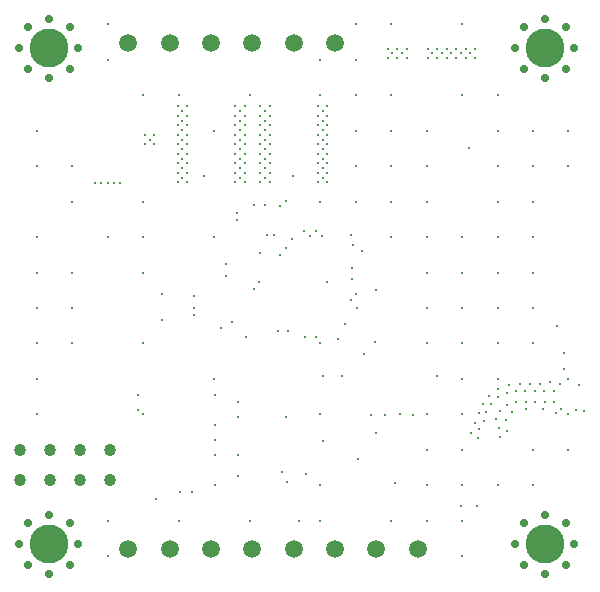
<source format=gbr>
%TF.GenerationSoftware,Altium Limited,Altium Designer,23.11.1 (41)*%
G04 Layer_Color=0*
%FSLAX45Y45*%
%MOMM*%
%TF.SameCoordinates,A167E3D1-D2EE-47D6-BB63-3A09D1C29133*%
%TF.FilePolarity,Positive*%
%TF.FileFunction,Plated,1,6,PTH,Drill*%
%TF.Part,Single*%
G01*
G75*
%TA.AperFunction,ComponentDrill*%
%ADD97C,1.50000*%
%ADD98C,1.03000*%
%TA.AperFunction,OtherDrill,Pad Free-1 (9.22mm,12mm)*%
%ADD99C,1.03000*%
%TA.AperFunction,OtherDrill,Pad Free-1 (9.22mm,9.46mm)*%
%ADD100C,1.03000*%
%TA.AperFunction,OtherDrill,Pad Free-1 (1.6mm,9.46mm)*%
%ADD101C,1.03000*%
%TA.AperFunction,OtherDrill,Pad Free-1 (4mm,4mm)*%
%ADD102C,3.30000*%
%TA.AperFunction,OtherDrill,Pad Free-1 (46mm,1.5mm)*%
%ADD103C,0.71200*%
%TA.AperFunction,OtherDrill,Pad Free-1 (47.768mm,2.232mm)*%
%ADD104C,0.71200*%
%TA.AperFunction,OtherDrill,Pad Free-1 (44.232mm,2.232mm)*%
%ADD105C,0.71200*%
%TA.AperFunction,OtherDrill,Pad Free-1 (48.5mm,4mm)*%
%ADD106C,0.71200*%
%TA.AperFunction,OtherDrill,Pad Free-1 (46mm,4mm)*%
%ADD107C,3.30000*%
%TA.AperFunction,OtherDrill,Pad Free-1 (43.5mm,4mm)*%
%ADD108C,0.71200*%
%TA.AperFunction,OtherDrill,Pad Free-1 (47.768mm,5.768mm)*%
%ADD109C,0.71200*%
%TA.AperFunction,OtherDrill,Pad Free-1 (44.232mm,5.768mm)*%
%ADD110C,0.71200*%
%TA.AperFunction,OtherDrill,Pad Free-1 (46mm,6.5mm)*%
%ADD111C,0.71200*%
%TA.AperFunction,OtherDrill,Pad Free-1 (1.5mm,4mm)*%
%ADD112C,0.71200*%
%TA.AperFunction,OtherDrill,Pad Free-1 (2.232mm,2.232mm)*%
%ADD113C,0.71200*%
%TA.AperFunction,OtherDrill,Pad Free-1 (2.232mm,5.768mm)*%
%ADD114C,0.71200*%
%TA.AperFunction,OtherDrill,Pad Free-1 (4mm,1.5mm)*%
%ADD115C,0.71200*%
%TA.AperFunction,OtherDrill,Pad Free-1 (4mm,6.5mm)*%
%ADD116C,0.71200*%
%TA.AperFunction,OtherDrill,Pad Free-1 (5.768mm,2.232mm)*%
%ADD117C,0.71200*%
%TA.AperFunction,OtherDrill,Pad Free-1 (5.768mm,5.768mm)*%
%ADD118C,0.71200*%
%TA.AperFunction,OtherDrill,Pad Free-1 (6.5mm,4mm)*%
%ADD119C,0.71200*%
%TA.AperFunction,OtherDrill,Pad Free-1 (4mm,48.5mm)*%
%ADD120C,0.71200*%
%TA.AperFunction,OtherDrill,Pad Free-1 (2.232mm,47.768mm)*%
%ADD121C,0.71200*%
%TA.AperFunction,OtherDrill,Pad Free-1 (5.768mm,47.768mm)*%
%ADD122C,0.71200*%
%TA.AperFunction,OtherDrill,Pad Free-1 (1.5mm,46mm)*%
%ADD123C,0.71200*%
%TA.AperFunction,OtherDrill,Pad Free-1 (4mm,46mm)*%
%ADD124C,3.30000*%
%TA.AperFunction,OtherDrill,Pad Free-1 (6.5mm,46mm)*%
%ADD125C,0.71200*%
%TA.AperFunction,OtherDrill,Pad Free-1 (2.232mm,44.232mm)*%
%ADD126C,0.71200*%
%TA.AperFunction,OtherDrill,Pad Free-1 (5.768mm,44.232mm)*%
%ADD127C,0.71200*%
%TA.AperFunction,OtherDrill,Pad Free-1 (4mm,43.5mm)*%
%ADD128C,0.71200*%
%TA.AperFunction,OtherDrill,Pad Free-1 (48.5mm,46mm)*%
%ADD129C,0.71200*%
%TA.AperFunction,OtherDrill,Pad Free-1 (47.768mm,47.768mm)*%
%ADD130C,0.71200*%
%TA.AperFunction,OtherDrill,Pad Free-1 (47.768mm,44.232mm)*%
%ADD131C,0.71200*%
%TA.AperFunction,OtherDrill,Pad Free-1 (46mm,48.5mm)*%
%ADD132C,0.71200*%
%TA.AperFunction,OtherDrill,Pad Free-1 (46mm,46mm)*%
%ADD133C,3.30000*%
%TA.AperFunction,OtherDrill,Pad Free-1 (46mm,43.5mm)*%
%ADD134C,0.71200*%
%TA.AperFunction,OtherDrill,Pad Free-1 (44.232mm,47.768mm)*%
%ADD135C,0.71200*%
%TA.AperFunction,OtherDrill,Pad Free-1 (44.232mm,44.232mm)*%
%ADD136C,0.71200*%
%TA.AperFunction,OtherDrill,Pad Free-1 (43.5mm,46mm)*%
%ADD137C,0.71200*%
%TA.AperFunction,ViaDrill,NotFilled*%
%ADD138C,0.30000*%
D97*
X2475001Y360001D02*
D03*
X2825001D02*
D03*
X3525001D02*
D03*
X3175001D02*
D03*
X1775001D02*
D03*
X2125001D02*
D03*
X1425001D02*
D03*
X1075001D02*
D03*
X1075000Y4640000D02*
D03*
X1425000D02*
D03*
X1775000D02*
D03*
X2125000D02*
D03*
X2475000D02*
D03*
X2825000D02*
D03*
D98*
X160000Y1200000D02*
D03*
X414000D02*
D03*
X668000D02*
D03*
Y946000D02*
D03*
X414000D02*
D03*
D99*
X922000Y1200000D02*
D03*
D100*
Y946000D02*
D03*
D101*
X160000D02*
D03*
D102*
X400000Y400000D02*
D03*
D103*
X4600000Y150000D02*
D03*
D104*
X4776777Y223223D02*
D03*
D105*
X4423223D02*
D03*
D106*
X4850000Y400000D02*
D03*
D107*
X4600000D02*
D03*
D108*
X4350000D02*
D03*
D109*
X4776777Y576777D02*
D03*
D110*
X4423223D02*
D03*
D111*
X4600000Y650000D02*
D03*
D112*
X150000Y400000D02*
D03*
D113*
X223223Y223223D02*
D03*
D114*
Y576777D02*
D03*
D115*
X400000Y150000D02*
D03*
D116*
Y650000D02*
D03*
D117*
X576777Y223223D02*
D03*
D118*
Y576777D02*
D03*
D119*
X650000Y400000D02*
D03*
D120*
X400000Y4850000D02*
D03*
D121*
X223223Y4776777D02*
D03*
D122*
X576777D02*
D03*
D123*
X150000Y4600000D02*
D03*
D124*
X400000D02*
D03*
D125*
X650000D02*
D03*
D126*
X223223Y4423223D02*
D03*
D127*
X576777D02*
D03*
D128*
X400000Y4350000D02*
D03*
D129*
X4850000Y4600000D02*
D03*
D130*
X4776777Y4776777D02*
D03*
D131*
Y4423223D02*
D03*
D132*
X4600000Y4850000D02*
D03*
D133*
Y4600000D02*
D03*
D134*
Y4350000D02*
D03*
D135*
X4423223Y4776777D02*
D03*
D136*
Y4423223D02*
D03*
D137*
X4350000Y4600000D02*
D03*
D138*
X2135997Y2562297D02*
D03*
X4866124Y1535415D02*
D03*
X4799999Y3899999D02*
D03*
Y3599999D02*
D03*
Y1799999D02*
D03*
Y1500000D02*
D03*
Y1200000D02*
D03*
X4499999Y3899999D02*
D03*
Y3599999D02*
D03*
Y3299999D02*
D03*
Y2999999D02*
D03*
Y2699999D02*
D03*
Y2399999D02*
D03*
Y2099999D02*
D03*
Y1200000D02*
D03*
Y900000D02*
D03*
X4199999Y4199999D02*
D03*
Y3899999D02*
D03*
Y3599999D02*
D03*
Y3299999D02*
D03*
Y2999999D02*
D03*
Y2699999D02*
D03*
Y2399999D02*
D03*
Y2099999D02*
D03*
Y1799999D02*
D03*
Y900000D02*
D03*
X3899999Y4799999D02*
D03*
Y4199999D02*
D03*
Y2999999D02*
D03*
Y2699999D02*
D03*
Y2399999D02*
D03*
Y2099999D02*
D03*
Y1799999D02*
D03*
Y1500000D02*
D03*
Y1200000D02*
D03*
Y900000D02*
D03*
Y600000D02*
D03*
Y300000D02*
D03*
X3599999Y3899999D02*
D03*
Y3599999D02*
D03*
Y3299999D02*
D03*
Y2999999D02*
D03*
Y2699999D02*
D03*
Y2399999D02*
D03*
Y2099999D02*
D03*
Y1500000D02*
D03*
Y1200000D02*
D03*
Y900000D02*
D03*
Y600000D02*
D03*
X3299999Y4799999D02*
D03*
Y4199999D02*
D03*
Y3899999D02*
D03*
Y3599999D02*
D03*
Y3299999D02*
D03*
Y2999999D02*
D03*
Y600000D02*
D03*
X2999999Y4799999D02*
D03*
Y4499999D02*
D03*
Y4199999D02*
D03*
Y3899999D02*
D03*
Y3599999D02*
D03*
Y3299999D02*
D03*
X2699999Y4499999D02*
D03*
Y4199999D02*
D03*
Y3299999D02*
D03*
Y2099999D02*
D03*
Y1500000D02*
D03*
Y900000D02*
D03*
Y600000D02*
D03*
X2099999Y4199999D02*
D03*
Y600000D02*
D03*
X1799999Y3899999D02*
D03*
Y2999999D02*
D03*
Y1799999D02*
D03*
X1500000Y4199999D02*
D03*
Y600000D02*
D03*
X1200000Y4199999D02*
D03*
Y3299999D02*
D03*
Y2999999D02*
D03*
Y2699999D02*
D03*
Y2099999D02*
D03*
Y1500000D02*
D03*
X900000Y4799999D02*
D03*
Y4499999D02*
D03*
Y2999999D02*
D03*
Y600000D02*
D03*
Y300000D02*
D03*
X600000Y3599999D02*
D03*
Y3299999D02*
D03*
Y2699999D02*
D03*
Y2399999D02*
D03*
Y2099999D02*
D03*
X300000Y3899999D02*
D03*
Y3599999D02*
D03*
Y2999999D02*
D03*
Y2699999D02*
D03*
Y2399999D02*
D03*
Y2099999D02*
D03*
Y1799999D02*
D03*
Y1500000D02*
D03*
X4930549Y1527899D02*
D03*
X4643169Y1777145D02*
D03*
X4556564Y1757813D02*
D03*
X4476247Y1757811D02*
D03*
X4390245Y1756801D02*
D03*
X4297558Y1745252D02*
D03*
X4207546Y1711538D02*
D03*
X4130680Y1654791D02*
D03*
X4075687Y1587260D02*
D03*
X4042071Y1511133D02*
D03*
X4005211Y1424561D02*
D03*
X3978717Y1337486D02*
D03*
X4276856Y1358169D02*
D03*
X4269954Y1447950D02*
D03*
X4318763Y1515485D02*
D03*
X4443672Y1541628D02*
D03*
X4586861Y1540997D02*
D03*
X4698588Y1512743D02*
D03*
X4733074Y1753264D02*
D03*
X4676564Y1696637D02*
D03*
X4596565D02*
D03*
X4516565D02*
D03*
X4436565D02*
D03*
X4356569Y1695807D02*
D03*
X4278126Y1680102D02*
D03*
X4206711Y1644048D02*
D03*
X4148761Y1588896D02*
D03*
X4106491Y1520976D02*
D03*
X4086179Y1443598D02*
D03*
X4041924Y1376954D02*
D03*
X4037736Y1297063D02*
D03*
X4222264Y1303846D02*
D03*
X4213773Y1383394D02*
D03*
X4184213Y1457732D02*
D03*
X4220557Y1529000D02*
D03*
X4282253Y1579927D02*
D03*
X4359117Y1602108D02*
D03*
X4439106Y1603363D02*
D03*
X4519106D02*
D03*
X4599106D02*
D03*
X4679036Y1600011D02*
D03*
X4738716Y1546736D02*
D03*
X4887597Y1750237D02*
D03*
X1610000Y839000D02*
D03*
X1950000Y2280000D02*
D03*
X1855000Y2232500D02*
D03*
X1214779Y3784800D02*
D03*
Y3865200D02*
D03*
X1295222Y3784800D02*
D03*
X1255001Y3825000D02*
D03*
X1295222Y3865200D02*
D03*
X3270000Y4595221D02*
D03*
Y4514779D02*
D03*
X3310221Y4555000D02*
D03*
X3350442Y4514779D02*
D03*
Y4595221D02*
D03*
X3390664Y4555000D02*
D03*
X3430885Y4514779D02*
D03*
Y4595221D02*
D03*
X2759480Y3462829D02*
D03*
Y4025925D02*
D03*
Y3704156D02*
D03*
Y3865040D02*
D03*
X2719259Y3583492D02*
D03*
Y4066146D02*
D03*
X2759480Y3945483D02*
D03*
X2679038Y4106367D02*
D03*
Y3945483D02*
D03*
Y3784598D02*
D03*
X2759480Y3623713D02*
D03*
X2719259Y3663935D02*
D03*
Y3503050D02*
D03*
X2679038Y3865040D02*
D03*
X2719259Y3824819D02*
D03*
X2759480Y3543271D02*
D03*
X2719259Y3985704D02*
D03*
X2679038Y3704156D02*
D03*
Y3543271D02*
D03*
X2759480Y3784598D02*
D03*
X2679038Y3623713D02*
D03*
X2719259Y3744377D02*
D03*
X2679038Y3462829D02*
D03*
X2719259Y3905261D02*
D03*
X2679038Y4025925D02*
D03*
X2759480Y4106367D02*
D03*
X2190520Y3462829D02*
D03*
Y4025925D02*
D03*
Y3704156D02*
D03*
Y3865040D02*
D03*
X2230741Y3583492D02*
D03*
Y4066146D02*
D03*
X2190520Y3945483D02*
D03*
X2270962Y4106367D02*
D03*
Y3945483D02*
D03*
Y3784598D02*
D03*
X2190520Y3623713D02*
D03*
X2230741Y3663935D02*
D03*
Y3503050D02*
D03*
X2270962Y3865040D02*
D03*
X2230741Y3824819D02*
D03*
X2190520Y3543271D02*
D03*
X2230741Y3985704D02*
D03*
X2270962Y3704156D02*
D03*
Y3543271D02*
D03*
X2190520Y3784598D02*
D03*
X2270962Y3623713D02*
D03*
X2230741Y3744377D02*
D03*
X2270962Y3462829D02*
D03*
X2230741Y3905261D02*
D03*
X2270962Y4025925D02*
D03*
X2190520Y4106367D02*
D03*
X2059480Y3462829D02*
D03*
Y4025925D02*
D03*
Y3704156D02*
D03*
Y3865040D02*
D03*
X2019259Y3583492D02*
D03*
Y4066146D02*
D03*
X2059480Y3945483D02*
D03*
X1979038Y4106367D02*
D03*
Y3945483D02*
D03*
Y3784598D02*
D03*
X2059480Y3623713D02*
D03*
X2019259Y3663935D02*
D03*
Y3503050D02*
D03*
X1979038Y3865040D02*
D03*
X2019259Y3824819D02*
D03*
X2059480Y3543271D02*
D03*
X2019259Y3985704D02*
D03*
X1979038Y3704156D02*
D03*
Y3543271D02*
D03*
X2059480Y3784598D02*
D03*
X1979038Y3623713D02*
D03*
X2019259Y3744377D02*
D03*
X1979038Y3462829D02*
D03*
X2019259Y3905261D02*
D03*
X1979038Y4025925D02*
D03*
X2059480Y4106367D02*
D03*
X1490520D02*
D03*
X1570962Y4025925D02*
D03*
X1530741Y3905261D02*
D03*
X1570962Y3462829D02*
D03*
X1530741Y3744377D02*
D03*
X1570962Y3623713D02*
D03*
X1490520Y3784598D02*
D03*
X1570962Y3543271D02*
D03*
Y3704156D02*
D03*
X1530741Y3985704D02*
D03*
X1490520Y3543271D02*
D03*
X1530741Y3824819D02*
D03*
X1570962Y3865040D02*
D03*
X1530741Y3503050D02*
D03*
Y3663935D02*
D03*
X1490520Y3623713D02*
D03*
X1570962Y3784598D02*
D03*
Y3945483D02*
D03*
Y4106367D02*
D03*
X1490520Y3945483D02*
D03*
X1530741Y4066146D02*
D03*
Y3583492D02*
D03*
X1490520Y3865040D02*
D03*
Y3704156D02*
D03*
Y4025925D02*
D03*
Y3462829D02*
D03*
X794000Y3460001D02*
D03*
X846000Y3460000D02*
D03*
X1002000Y3460000D02*
D03*
X898000Y3460000D02*
D03*
X950000Y3460000D02*
D03*
X3648009Y4555000D02*
D03*
X3607788Y4514779D02*
D03*
Y4595221D02*
D03*
X3688231D02*
D03*
Y4514779D02*
D03*
X3728452Y4555000D02*
D03*
X3768673Y4595221D02*
D03*
Y4514779D02*
D03*
X3808894Y4555000D02*
D03*
X3849115Y4595221D02*
D03*
Y4514779D02*
D03*
X3889336Y4555000D02*
D03*
X3929558Y4595221D02*
D03*
Y4514779D02*
D03*
X3969779Y4555000D02*
D03*
X4010000Y4514779D02*
D03*
Y4595221D02*
D03*
X1152000Y1537500D02*
D03*
X2374680Y1010000D02*
D03*
X3373050Y1500000D02*
D03*
X3243050Y1495000D02*
D03*
X2420000Y930000D02*
D03*
X2412500Y1480000D02*
D03*
X2720000Y1277500D02*
D03*
X2580000Y990000D02*
D03*
X2521701Y594992D02*
D03*
X3892500Y720000D02*
D03*
X4760000Y1880000D02*
D03*
Y2020000D02*
D03*
X3170000Y1340000D02*
D03*
X2000000Y1607500D02*
D03*
X3955000Y3754000D02*
D03*
X3128100Y1495000D02*
D03*
X3488000D02*
D03*
X3689050Y1824000D02*
D03*
X3022234Y1120000D02*
D03*
X3328050Y918000D02*
D03*
X2880088Y1823984D02*
D03*
X2720080D02*
D03*
X1358664Y2514597D02*
D03*
Y2295403D02*
D03*
X3050000Y2880000D02*
D03*
X2973366Y2933366D02*
D03*
X2570000Y2150000D02*
D03*
X2424601Y2208750D02*
D03*
X2660000Y2150000D02*
D03*
X3005000Y2514600D02*
D03*
X2966250Y2643750D02*
D03*
X2850000Y2140000D02*
D03*
X2000000Y980000D02*
D03*
X2070000Y2150000D02*
D03*
X2338750Y2208750D02*
D03*
X2759880Y2619840D02*
D03*
X3070849Y2010850D02*
D03*
X3012936Y2400000D02*
D03*
X3158314Y2108314D02*
D03*
X2910000Y2267060D02*
D03*
X2962536Y2464528D02*
D03*
X3170000Y2550000D02*
D03*
X4027500Y720000D02*
D03*
X1807500Y902500D02*
D03*
X2188285Y2866566D02*
D03*
X2180000Y2615552D02*
D03*
X1807500Y1283500D02*
D03*
X1510000Y840000D02*
D03*
X1307992Y780008D02*
D03*
X2470800Y3514700D02*
D03*
X2308300Y3020000D02*
D03*
X2245600D02*
D03*
X2355000Y2845000D02*
D03*
X1990000Y3203300D02*
D03*
Y3140600D02*
D03*
X2966250Y2736250D02*
D03*
X2460000Y2983819D02*
D03*
X1152000Y1664500D02*
D03*
X1807500D02*
D03*
Y1410500D02*
D03*
Y1152500D02*
D03*
X2000000D02*
D03*
Y1472500D02*
D03*
X2408357Y2910043D02*
D03*
X2138750Y3271250D02*
D03*
X1711500Y3514700D02*
D03*
X1904082Y2768418D02*
D03*
X2231250Y3271250D02*
D03*
X1904082Y2668418D02*
D03*
X2962536Y3015472D02*
D03*
X4700000Y2250000D02*
D03*
X2410000Y3305000D02*
D03*
X2358513Y3264933D02*
D03*
X2610000Y3010000D02*
D03*
X2659528Y3052464D02*
D03*
X1634231Y2403174D02*
D03*
X2559056Y3050755D02*
D03*
X1634231Y2503646D02*
D03*
X2710000Y3010000D02*
D03*
X1634231Y2337458D02*
D03*
%TF.MD5,48f54ad8cf32cb281be57a1e442f08cd*%
M02*

</source>
